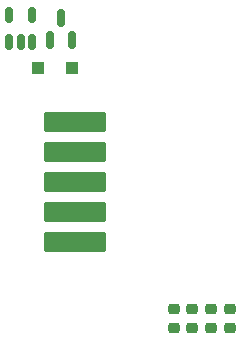
<source format=gbr>
%TF.GenerationSoftware,KiCad,Pcbnew,8.0.4-8.0.4-0~ubuntu22.04.1*%
%TF.CreationDate,2024-08-24T22:10:26-07:00*%
%TF.ProjectId,mag-encoder,6d61672d-656e-4636-9f64-65722e6b6963,0*%
%TF.SameCoordinates,Original*%
%TF.FileFunction,Paste,Top*%
%TF.FilePolarity,Positive*%
%FSLAX46Y46*%
G04 Gerber Fmt 4.6, Leading zero omitted, Abs format (unit mm)*
G04 Created by KiCad (PCBNEW 8.0.4-8.0.4-0~ubuntu22.04.1) date 2024-08-24 22:10:26*
%MOMM*%
%LPD*%
G01*
G04 APERTURE LIST*
G04 Aperture macros list*
%AMRoundRect*
0 Rectangle with rounded corners*
0 $1 Rounding radius*
0 $2 $3 $4 $5 $6 $7 $8 $9 X,Y pos of 4 corners*
0 Add a 4 corners polygon primitive as box body*
4,1,4,$2,$3,$4,$5,$6,$7,$8,$9,$2,$3,0*
0 Add four circle primitives for the rounded corners*
1,1,$1+$1,$2,$3*
1,1,$1+$1,$4,$5*
1,1,$1+$1,$6,$7*
1,1,$1+$1,$8,$9*
0 Add four rect primitives between the rounded corners*
20,1,$1+$1,$2,$3,$4,$5,0*
20,1,$1+$1,$4,$5,$6,$7,0*
20,1,$1+$1,$6,$7,$8,$9,0*
20,1,$1+$1,$8,$9,$2,$3,0*%
G04 Aperture macros list end*
%ADD10RoundRect,0.150000X0.150000X-0.512500X0.150000X0.512500X-0.150000X0.512500X-0.150000X-0.512500X0*%
%ADD11RoundRect,0.218750X0.256250X-0.218750X0.256250X0.218750X-0.256250X0.218750X-0.256250X-0.218750X0*%
%ADD12RoundRect,0.150000X0.150000X-0.587500X0.150000X0.587500X-0.150000X0.587500X-0.150000X-0.587500X0*%
%ADD13RoundRect,0.121324X2.543676X-0.703676X2.543676X0.703676X-2.543676X0.703676X-2.543676X-0.703676X0*%
%ADD14RoundRect,0.250000X-0.300000X-0.300000X0.300000X-0.300000X0.300000X0.300000X-0.300000X0.300000X0*%
G04 APERTURE END LIST*
D10*
%TO.C,U1*%
X220919000Y-111754500D03*
X221869000Y-111754500D03*
X222819000Y-111754500D03*
X222819000Y-109479500D03*
X220919000Y-109479500D03*
%TD*%
D11*
%TO.C,D5*%
X239623600Y-135915500D03*
X239623600Y-134340500D03*
%TD*%
%TO.C,D3*%
X236423200Y-135915500D03*
X236423200Y-134340500D03*
%TD*%
D12*
%TO.C,U2*%
X224348000Y-111554500D03*
X226248000Y-111554500D03*
X225298000Y-109679500D03*
%TD*%
D13*
%TO.C,J2*%
X226487800Y-118491000D03*
X226487800Y-121031000D03*
X226487800Y-123571000D03*
X226487800Y-126111000D03*
X226487800Y-128651000D03*
%TD*%
D11*
%TO.C,D4*%
X238023400Y-135915500D03*
X238023400Y-134340500D03*
%TD*%
D14*
%TO.C,D1*%
X223390000Y-113919000D03*
X226190000Y-113919000D03*
%TD*%
D11*
%TO.C,D2*%
X234823000Y-135915500D03*
X234823000Y-134340500D03*
%TD*%
M02*

</source>
